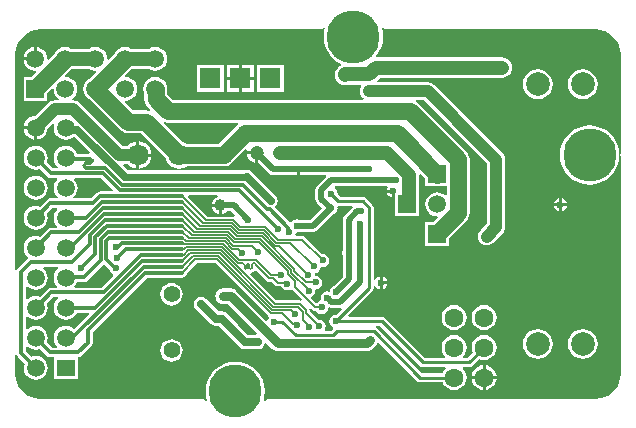
<source format=gbl>
G04*
G04 #@! TF.GenerationSoftware,Altium Limited,Altium Designer,20.0.12 (288)*
G04*
G04 Layer_Physical_Order=2*
G04 Layer_Color=16711680*
%FSLAX44Y44*%
%MOMM*%
G71*
G01*
G75*
%ADD11C,0.2500*%
%ADD12C,0.6000*%
%ADD13C,0.1270*%
%ADD15C,0.3000*%
%ADD49C,1.6000*%
%ADD54C,1.5000*%
%ADD72C,0.5000*%
%ADD73C,1.2000*%
%ADD74C,0.8000*%
%ADD76C,0.7000*%
%ADD77C,1.0000*%
%ADD78C,1.0000*%
%ADD79C,4.5000*%
%ADD80R,1.5000X1.4500*%
%ADD81R,1.5000X1.5000*%
%ADD82R,1.5000X1.5000*%
%ADD83C,2.0000*%
%ADD84C,1.4000*%
%ADD85C,1.8000*%
%ADD86C,1.2000*%
%ADD87R,1.8000X1.8000*%
%ADD88C,0.6000*%
%ADD89C,1.4000*%
G36*
X266090Y317439D02*
X265322Y314909D01*
X264839Y310000D01*
X265322Y305091D01*
X266754Y300371D01*
X269079Y296021D01*
X272208Y292208D01*
X276021Y289079D01*
X279431Y287257D01*
X279362Y285854D01*
X278893Y285660D01*
X277109Y284291D01*
X276909Y284091D01*
X275540Y282307D01*
X274680Y280229D01*
X274386Y278000D01*
X274680Y275771D01*
X275540Y273693D01*
X276909Y271909D01*
X278693Y270540D01*
X280771Y269680D01*
X283000Y269386D01*
X284519Y269586D01*
X296182D01*
X296808Y268316D01*
X296413Y267802D01*
X295653Y265968D01*
X295394Y264000D01*
X295653Y262031D01*
X296413Y260197D01*
X297622Y258622D01*
X298573Y257892D01*
X298141Y256622D01*
X136986D01*
X132214Y261394D01*
Y263622D01*
X132527Y266000D01*
X132182Y268621D01*
X131170Y271063D01*
X129561Y273161D01*
X127463Y274770D01*
X125021Y275782D01*
X122400Y276127D01*
X119779Y275782D01*
X117337Y274770D01*
X115239Y273161D01*
X113630Y271063D01*
X112618Y268621D01*
X112273Y266000D01*
X112618Y263379D01*
X112969Y262533D01*
Y257409D01*
X113297Y254918D01*
X113695Y253957D01*
X114258Y252598D01*
X115787Y250605D01*
X117965Y248427D01*
X117245Y247351D01*
X116714Y247570D01*
X114224Y247898D01*
X103310D01*
X96450Y254758D01*
X96732Y255330D01*
X97115Y255889D01*
X99621Y256218D01*
X102063Y257230D01*
X104161Y258839D01*
X105770Y260937D01*
X106782Y263379D01*
X107127Y266000D01*
X106782Y268621D01*
X105770Y271063D01*
X104161Y273161D01*
X102063Y274770D01*
X99621Y275782D01*
X97115Y276111D01*
X96732Y276670D01*
X96450Y277242D01*
X101679Y282471D01*
X102063Y282630D01*
X102267Y282786D01*
X117133D01*
X117337Y282630D01*
X119779Y281618D01*
X122400Y281273D01*
X125021Y281618D01*
X127463Y282630D01*
X129561Y284239D01*
X131170Y286337D01*
X132182Y288779D01*
X132527Y291400D01*
X132182Y294021D01*
X131170Y296463D01*
X129561Y298561D01*
X127463Y300170D01*
X125021Y301182D01*
X122400Y301527D01*
X119779Y301182D01*
X117337Y300170D01*
X117133Y300014D01*
X102267D01*
X102063Y300170D01*
X99621Y301182D01*
X97000Y301527D01*
X94379Y301182D01*
X91937Y300170D01*
X89839Y298561D01*
X88230Y296463D01*
X88071Y296079D01*
X82842Y290850D01*
X82270Y291132D01*
X81711Y291516D01*
X81382Y294021D01*
X80370Y296463D01*
X78761Y298561D01*
X76663Y300170D01*
X74221Y301182D01*
X71600Y301527D01*
X68979Y301182D01*
X66537Y300170D01*
X66333Y300014D01*
X51467D01*
X51263Y300170D01*
X48821Y301182D01*
X46200Y301527D01*
X43579Y301182D01*
X41137Y300170D01*
X39039Y298561D01*
X37430Y296463D01*
X37271Y296079D01*
X32042Y290850D01*
X31470Y291132D01*
X30911Y291516D01*
X30582Y294021D01*
X29570Y296463D01*
X27961Y298561D01*
X25863Y300170D01*
X23421Y301182D01*
X22070Y301359D01*
Y291400D01*
X20800D01*
Y290130D01*
X10841D01*
X11018Y288779D01*
X12030Y286337D01*
X13639Y284239D01*
X15737Y282630D01*
X18179Y281618D01*
X20684Y281289D01*
X21068Y280730D01*
X21350Y280158D01*
X17232Y276040D01*
X10760D01*
Y255960D01*
X30840D01*
Y262432D01*
X34958Y266550D01*
X35530Y266268D01*
X36089Y265884D01*
X36418Y263379D01*
X37430Y260937D01*
X39039Y258839D01*
X40557Y257675D01*
X40126Y256405D01*
X37020D01*
X35052Y256146D01*
X33977Y255701D01*
X33217Y255386D01*
X31642Y254178D01*
X20529Y243065D01*
X18379Y242782D01*
X15937Y241770D01*
X13839Y240161D01*
X12230Y238063D01*
X11218Y235621D01*
X11041Y234270D01*
X21000D01*
Y233000D01*
X22270D01*
Y223041D01*
X23621Y223218D01*
X26063Y224230D01*
X28161Y225839D01*
X29770Y227937D01*
X30782Y230379D01*
X30998Y232023D01*
X35702Y236727D01*
X36779Y236007D01*
X36618Y235621D01*
X36273Y233000D01*
X36618Y230379D01*
X37630Y227937D01*
X39239Y225839D01*
X41337Y224230D01*
X43779Y223218D01*
X46400Y222873D01*
X49021Y223218D01*
X51463Y224230D01*
X52872Y225311D01*
X53730D01*
X66652Y212389D01*
X66126Y211119D01*
X55809D01*
X55170Y212663D01*
X53561Y214761D01*
X51463Y216370D01*
X49021Y217382D01*
X46400Y217727D01*
X43779Y217382D01*
X41337Y216370D01*
X39239Y214761D01*
X37630Y212663D01*
X36618Y210221D01*
X36273Y207600D01*
X36618Y204979D01*
X37630Y202537D01*
X39239Y200439D01*
X39957Y199889D01*
X39525Y198619D01*
X35806D01*
X30391Y204035D01*
X30782Y204979D01*
X31127Y207600D01*
X30782Y210221D01*
X29770Y212663D01*
X28161Y214761D01*
X26063Y216370D01*
X23621Y217382D01*
X21000Y217727D01*
X18379Y217382D01*
X15937Y216370D01*
X13839Y214761D01*
X12230Y212663D01*
X11218Y210221D01*
X10873Y207600D01*
X11218Y204979D01*
X12230Y202537D01*
X13839Y200439D01*
X15937Y198830D01*
X18379Y197818D01*
X21000Y197473D01*
X23621Y197818D01*
X24565Y198209D01*
X31187Y191587D01*
X32524Y190694D01*
X34100Y190381D01*
X38660D01*
X39048Y189111D01*
X37630Y187263D01*
X36618Y184821D01*
X36273Y182200D01*
X36618Y179579D01*
X37630Y177137D01*
X39239Y175039D01*
X39957Y174489D01*
X39525Y173219D01*
X33300D01*
X31724Y172906D01*
X30387Y172013D01*
X24565Y166190D01*
X23621Y166582D01*
X21000Y166927D01*
X18379Y166582D01*
X15937Y165570D01*
X13839Y163961D01*
X12230Y161863D01*
X11218Y159421D01*
X10873Y156800D01*
X11218Y154179D01*
X12230Y151737D01*
X13839Y149639D01*
X15937Y148030D01*
X18379Y147018D01*
X21000Y146673D01*
X23621Y147018D01*
X26063Y148030D01*
X28161Y149639D01*
X29770Y151737D01*
X30782Y154179D01*
X31127Y156800D01*
X30782Y159421D01*
X30391Y160365D01*
X35006Y164981D01*
X38660D01*
X39048Y163711D01*
X37630Y161863D01*
X36618Y159421D01*
X36273Y156800D01*
X36618Y154179D01*
X37630Y151737D01*
X39048Y149889D01*
X38660Y148619D01*
X34100D01*
X32524Y148306D01*
X31187Y147413D01*
X24565Y140791D01*
X23621Y141182D01*
X21000Y141527D01*
X18379Y141182D01*
X15937Y140170D01*
X13839Y138561D01*
X12230Y136463D01*
X11218Y134021D01*
X10873Y131400D01*
X11218Y128779D01*
X12230Y126337D01*
X13839Y124239D01*
X14305Y123882D01*
X14254Y122321D01*
X13793Y122013D01*
X5787Y114008D01*
X4894Y112671D01*
X4879Y112595D01*
X3609Y112720D01*
Y293736D01*
X3609Y293750D01*
X3609Y295000D01*
X3686Y296238D01*
X3976Y299182D01*
X5196Y303203D01*
X7176Y306909D01*
X9842Y310158D01*
X13091Y312824D01*
X16797Y314804D01*
X20818Y316024D01*
X24847Y316421D01*
X25000Y316391D01*
X261419D01*
X261696Y316336D01*
X263078Y316610D01*
X264249Y317393D01*
X265031Y318564D01*
X265107Y318575D01*
X266090Y317439D01*
D02*
G37*
G36*
X130510Y237705D02*
X133000Y237378D01*
X192390D01*
X192821Y236108D01*
X191513Y235104D01*
X176031Y219622D01*
X148916D01*
X148320Y220080D01*
X145513Y221243D01*
X144767Y221341D01*
X129259Y236849D01*
X129979Y237925D01*
X130510Y237705D01*
D02*
G37*
G36*
X66537Y282630D02*
X68979Y281618D01*
X71484Y281289D01*
X71868Y280730D01*
X72150Y280158D01*
X66921Y274929D01*
X66537Y274770D01*
X64439Y273161D01*
X62830Y271063D01*
X61818Y268621D01*
X61473Y266000D01*
X61818Y263379D01*
X62830Y260937D01*
X64439Y258839D01*
X66537Y257230D01*
X66921Y257071D01*
X92520Y231472D01*
X94513Y229943D01*
X96833Y228982D01*
X99324Y228654D01*
X110238D01*
X131159Y207733D01*
X131257Y206987D01*
X132420Y204180D01*
X134270Y201770D01*
X136680Y199920D01*
X139487Y198757D01*
X142500Y198361D01*
X145513Y198757D01*
X148320Y199920D01*
X148916Y200378D01*
X180017D01*
X182507Y200706D01*
X183469Y201104D01*
X184828Y201667D01*
X186821Y203196D01*
X198624Y214999D01*
X199701Y214279D01*
X199680Y214229D01*
X199554Y213270D01*
X208000D01*
Y212000D01*
X209270D01*
Y203463D01*
X218367Y194366D01*
X220034Y193252D01*
X222000Y192861D01*
X241346D01*
X241465Y192781D01*
X242357Y192604D01*
Y198000D01*
X244897D01*
Y192604D01*
X245788Y192781D01*
X245908Y192861D01*
X266427D01*
X266953Y191591D01*
X259326Y183964D01*
X258213Y182297D01*
X257821Y180330D01*
Y173040D01*
X258213Y171073D01*
X259326Y169406D01*
X263733Y165000D01*
X253871Y155138D01*
X244281D01*
X244161Y155218D01*
X241999Y155648D01*
X239838Y155218D01*
X238005Y153994D01*
X237389Y153071D01*
X236125Y152946D01*
X223906Y165165D01*
X224031Y166429D01*
X224355Y166645D01*
X225690Y168643D01*
X226158Y171000D01*
X225690Y173357D01*
X224355Y175355D01*
X204085Y195625D01*
X202087Y196960D01*
X199730Y197428D01*
X197373Y196960D01*
X197312Y196919D01*
X99541D01*
X95238Y201222D01*
X95724Y202395D01*
X98790D01*
X99270Y201770D01*
X101680Y199920D01*
X104487Y198757D01*
X106230Y198528D01*
Y210000D01*
Y221472D01*
X104487Y221243D01*
X101680Y220080D01*
X99270Y218230D01*
X98790Y217605D01*
X94895D01*
X58322Y254178D01*
X56747Y255386D01*
X54913Y256146D01*
X52945Y256405D01*
X52274D01*
X51843Y257675D01*
X53361Y258839D01*
X54970Y260937D01*
X55982Y263379D01*
X56327Y266000D01*
X55982Y268621D01*
X54970Y271063D01*
X53361Y273161D01*
X51263Y274770D01*
X48821Y275782D01*
X46315Y276111D01*
X45932Y276670D01*
X45650Y277242D01*
X50879Y282471D01*
X51263Y282630D01*
X51467Y282786D01*
X66333D01*
X66537Y282630D01*
D02*
G37*
G36*
X86382Y180292D02*
X85896Y179119D01*
X75807D01*
X74230Y178806D01*
X72894Y177913D01*
X68200Y173219D01*
X53275D01*
X52843Y174489D01*
X53561Y175039D01*
X55170Y177137D01*
X56182Y179579D01*
X56527Y182200D01*
X56182Y184821D01*
X55170Y187263D01*
X53752Y189111D01*
X54140Y190381D01*
X76294D01*
X86382Y180292D01*
D02*
G37*
G36*
X174952Y174611D02*
X173514Y174015D01*
X171938Y172807D01*
X170730Y171231D01*
X169970Y169397D01*
X169878Y168699D01*
X177316D01*
Y167429D01*
X178586D01*
Y159991D01*
X179284Y160083D01*
X181119Y160843D01*
X182694Y162051D01*
X182877Y162290D01*
X186442D01*
X189831Y158901D01*
X189205Y157730D01*
X188358Y157899D01*
X166584D01*
X149873Y174611D01*
X150399Y175881D01*
X174699D01*
X174952Y174611D01*
D02*
G37*
G36*
X314969Y318564D02*
X315751Y317393D01*
X316922Y316610D01*
X318304Y316336D01*
X318581Y316391D01*
X495000Y316391D01*
X495153Y316421D01*
X499182Y316024D01*
X503203Y314804D01*
X506909Y312824D01*
X510158Y310158D01*
X512824Y306909D01*
X514804Y303203D01*
X516024Y299182D01*
X516421Y295153D01*
X516391Y295000D01*
Y210474D01*
X515121Y210411D01*
X515080Y210820D01*
X514678Y214909D01*
X513246Y219629D01*
X510921Y223979D01*
X507792Y227792D01*
X503979Y230921D01*
X499629Y233246D01*
X494909Y234678D01*
X490000Y235161D01*
X485091Y234678D01*
X480371Y233246D01*
X476021Y230921D01*
X472208Y227792D01*
X469079Y223979D01*
X466754Y219629D01*
X465322Y214909D01*
X464839Y210000D01*
X465322Y205091D01*
X466754Y200371D01*
X469079Y196021D01*
X472208Y192208D01*
X476021Y189079D01*
X480371Y186754D01*
X485091Y185322D01*
X490000Y184839D01*
X494909Y185322D01*
X499629Y186754D01*
X503979Y189079D01*
X507792Y192208D01*
X510921Y196021D01*
X513246Y200371D01*
X514678Y205091D01*
X515080Y209180D01*
X515121Y209589D01*
X516391Y209526D01*
Y25000D01*
X516421Y24847D01*
X516024Y20818D01*
X514804Y16797D01*
X512824Y13091D01*
X510158Y9842D01*
X506909Y7176D01*
X503203Y5196D01*
X499182Y3976D01*
X495153Y3579D01*
X495000Y3609D01*
X218580Y3609D01*
X218304Y3664D01*
X216922Y3390D01*
X215751Y2607D01*
X214969Y1436D01*
X214893Y1425D01*
X213910Y2561D01*
X214678Y5091D01*
X215161Y10000D01*
X214678Y14909D01*
X213246Y19629D01*
X210921Y23979D01*
X207792Y27792D01*
X203979Y30921D01*
X199629Y33246D01*
X194909Y34678D01*
X190000Y35161D01*
X185091Y34678D01*
X180371Y33246D01*
X176021Y30921D01*
X172208Y27792D01*
X169079Y23979D01*
X166754Y19629D01*
X165322Y14909D01*
X164839Y10000D01*
X165322Y5091D01*
X166090Y2561D01*
X165107Y1425D01*
X165031Y1436D01*
X164249Y2607D01*
X163078Y3390D01*
X161696Y3664D01*
X161419Y3609D01*
X25000D01*
X24847Y3579D01*
X20818Y3976D01*
X16797Y5196D01*
X13091Y7176D01*
X9842Y9842D01*
X7176Y13091D01*
X5196Y16797D01*
X3976Y20818D01*
X3687Y23752D01*
X3609Y25000D01*
X3609Y25000D01*
X3609Y26250D01*
Y40475D01*
X4879Y40600D01*
X4894Y40524D01*
X5787Y39187D01*
X11609Y33365D01*
X11218Y32421D01*
X10873Y29800D01*
X11218Y27179D01*
X12230Y24737D01*
X13839Y22639D01*
X15937Y21030D01*
X18379Y20018D01*
X21000Y19673D01*
X23621Y20018D01*
X26063Y21030D01*
X28161Y22639D01*
X29770Y24737D01*
X30782Y27179D01*
X31127Y29800D01*
X30782Y32421D01*
X29770Y34863D01*
X28161Y36961D01*
X26063Y38570D01*
X23621Y39582D01*
X21000Y39927D01*
X18379Y39582D01*
X17435Y39190D01*
X12819Y43806D01*
Y47460D01*
X14089Y47848D01*
X15937Y46430D01*
X18379Y45418D01*
X21000Y45073D01*
X23621Y45418D01*
X24565Y45809D01*
X30387Y39987D01*
X31724Y39094D01*
X33300Y38781D01*
X36360D01*
Y20010D01*
X56440D01*
Y38781D01*
X56900D01*
X58476Y39094D01*
X59813Y39987D01*
X67913Y48087D01*
X68806Y49424D01*
X69119Y51000D01*
Y60216D01*
X115034Y106131D01*
X144905D01*
X146482Y106444D01*
X147818Y107337D01*
X148711Y108674D01*
X148910Y109677D01*
X157638Y118405D01*
X173340D01*
X217939Y73806D01*
X218025Y73749D01*
X218761Y72755D01*
X218348Y72121D01*
X217542Y70915D01*
X217395Y70175D01*
X216180Y69806D01*
X190821Y95164D01*
X189455Y96213D01*
X187864Y96872D01*
X186157Y97096D01*
X179750D01*
X178043Y96872D01*
X176452Y96213D01*
X175086Y95164D01*
X174037Y93798D01*
X173378Y92207D01*
X173154Y90500D01*
X173378Y88793D01*
X174037Y87202D01*
X175086Y85836D01*
X176452Y84787D01*
X178043Y84128D01*
X179750Y83904D01*
X183425D01*
X208150Y59178D01*
X207624Y57908D01*
X200801D01*
X192355Y66355D01*
X182877Y75832D01*
X180879Y77167D01*
X178522Y77636D01*
X176073D01*
X165355Y88355D01*
X163357Y89690D01*
X161000Y90158D01*
X158643Y89690D01*
X156645Y88355D01*
X155310Y86357D01*
X154842Y84000D01*
X155310Y81643D01*
X156645Y79645D01*
X169168Y67123D01*
X171166Y65788D01*
X173522Y65319D01*
X175972D01*
X183645Y57645D01*
X193895Y47395D01*
X195893Y46061D01*
X198250Y45592D01*
X209000D01*
X211357Y46061D01*
X213355Y47395D01*
X214690Y49393D01*
X214930Y50602D01*
X216308Y51020D01*
X221303Y46026D01*
X222669Y44977D01*
X224260Y44318D01*
X225967Y44094D01*
X301690D01*
X303397Y44318D01*
X304988Y44977D01*
X306354Y46026D01*
X308664Y48336D01*
X309713Y49702D01*
X310106Y50650D01*
X311545Y51007D01*
X343684Y18868D01*
X343684Y18868D01*
X344938Y18030D01*
X346417Y17736D01*
X365492D01*
X366093Y16285D01*
X367783Y14083D01*
X369985Y12393D01*
X372548Y11331D01*
X375300Y10969D01*
X378051Y11331D01*
X380616Y12393D01*
X382817Y14083D01*
X384507Y16285D01*
X385569Y18849D01*
X385931Y21600D01*
X385569Y24351D01*
X384507Y26916D01*
X382817Y29117D01*
X382471Y29383D01*
X382879Y30586D01*
X388150D01*
X389629Y30880D01*
X390882Y31718D01*
X396497Y37332D01*
X397948Y36731D01*
X400700Y36369D01*
X403451Y36731D01*
X406016Y37793D01*
X408217Y39483D01*
X409907Y41684D01*
X410969Y44248D01*
X411331Y47000D01*
X410969Y49752D01*
X409907Y52316D01*
X408217Y54517D01*
X406016Y56207D01*
X403451Y57269D01*
X400700Y57631D01*
X397948Y57269D01*
X395385Y56207D01*
X393183Y54517D01*
X391493Y52316D01*
X390431Y49752D01*
X390069Y47000D01*
X390431Y44248D01*
X391032Y42797D01*
X386549Y38314D01*
X383214D01*
X383043Y38819D01*
X382895Y39584D01*
X384507Y41684D01*
X385569Y44248D01*
X385931Y47000D01*
X385569Y49752D01*
X384507Y52316D01*
X382817Y54517D01*
X380616Y56207D01*
X378051Y57269D01*
X375300Y57631D01*
X372548Y57269D01*
X369985Y56207D01*
X367783Y54517D01*
X366093Y52316D01*
X365031Y49752D01*
X364669Y47000D01*
X365031Y44248D01*
X366093Y41684D01*
X367705Y39584D01*
X367557Y38819D01*
X367386Y38314D01*
X350598D01*
X316912Y72000D01*
X315659Y72838D01*
X314180Y73132D01*
X286137D01*
X285651Y74305D01*
X306022Y94677D01*
X306860Y95930D01*
X307154Y97409D01*
Y98823D01*
X308424Y99208D01*
X309395Y97756D01*
X311227Y96531D01*
X312119Y96354D01*
Y101750D01*
Y107146D01*
X311227Y106969D01*
X309395Y105744D01*
X308424Y104292D01*
X307154Y104677D01*
Y165312D01*
X306860Y166791D01*
X306022Y168045D01*
X300513Y173554D01*
X299260Y174391D01*
X297781Y174686D01*
X278779D01*
X276618Y176847D01*
X276649Y177000D01*
X276219Y179162D01*
X274994Y180994D01*
X274485Y181334D01*
X274199Y182998D01*
X274518Y183421D01*
X318370D01*
X318969Y182301D01*
X318547Y181670D01*
X318370Y180779D01*
X323766D01*
Y179509D01*
X325036D01*
Y173646D01*
X325560Y173216D01*
Y158360D01*
X345640D01*
Y167870D01*
X345654Y167905D01*
X345948Y170134D01*
Y192985D01*
X347106Y193610D01*
X350960Y189567D01*
Y183760D01*
X369178D01*
Y176146D01*
X367908Y175755D01*
X366063Y177170D01*
X363621Y178182D01*
X361000Y178527D01*
X358379Y178182D01*
X355937Y177170D01*
X353839Y175561D01*
X352230Y173463D01*
X351218Y171021D01*
X350873Y168400D01*
X351218Y165779D01*
X352230Y163337D01*
X353839Y161239D01*
X355937Y159630D01*
X358379Y158618D01*
X360885Y158289D01*
X361268Y157730D01*
X361550Y157158D01*
X357432Y153040D01*
X350960D01*
Y132960D01*
X371040D01*
Y139432D01*
X385604Y153996D01*
X387133Y155989D01*
X388094Y158310D01*
X388422Y160800D01*
Y206200D01*
X388094Y208690D01*
X387133Y211011D01*
X385604Y213004D01*
X344804Y253804D01*
X343083Y255124D01*
X343366Y256317D01*
X343409Y256394D01*
X349950D01*
X394722Y211622D01*
X394723Y211622D01*
X403395Y202950D01*
Y193000D01*
Y152150D01*
X397622Y146378D01*
X397622Y146378D01*
X396414Y144803D01*
X395654Y142968D01*
X395395Y141000D01*
X395654Y139032D01*
X396414Y137197D01*
X397622Y135622D01*
X399198Y134414D01*
X401032Y133654D01*
X403000Y133395D01*
X404968Y133654D01*
X406802Y134414D01*
X408378Y135622D01*
X416378Y143622D01*
X417586Y145197D01*
X418346Y147032D01*
X418605Y149000D01*
Y193000D01*
Y206100D01*
X418346Y208068D01*
X417586Y209903D01*
X416378Y211478D01*
X405478Y222377D01*
X405478Y222378D01*
X358478Y269377D01*
X356903Y270586D01*
X355069Y271345D01*
X353101Y271604D01*
X310554D01*
X310028Y272875D01*
X312540Y275386D01*
X416000D01*
X418229Y275680D01*
X420307Y276540D01*
X422091Y277909D01*
X423460Y279693D01*
X424320Y281771D01*
X424614Y284000D01*
X424320Y286229D01*
X423460Y288307D01*
X422091Y290091D01*
X420307Y291460D01*
X418229Y292320D01*
X416000Y292614D01*
X309767D01*
X309167Y293884D01*
X310921Y296021D01*
X313246Y300371D01*
X314678Y305091D01*
X315161Y310000D01*
X314678Y314909D01*
X313910Y317439D01*
X314893Y318575D01*
X314969Y318564D01*
D02*
G37*
G36*
X289420Y165687D02*
X282366Y158634D01*
X281252Y156966D01*
X280861Y155000D01*
Y129281D01*
X280781Y129162D01*
X280352Y127000D01*
X280781Y124838D01*
X281053Y124433D01*
Y106747D01*
X273440Y99134D01*
X273299Y99106D01*
X271466Y97882D01*
X270242Y96049D01*
X269888Y94273D01*
X268000Y94649D01*
X265838Y94219D01*
X264006Y92994D01*
X262781Y91162D01*
X262351Y89000D01*
X262591Y87797D01*
X261674Y86385D01*
X260838Y86218D01*
X259005Y84994D01*
X258198Y84914D01*
X254256Y88856D01*
X254593Y90316D01*
X256006Y91260D01*
X257231Y93093D01*
X257649Y95198D01*
X257958Y96431D01*
X260119Y96861D01*
X261952Y98086D01*
X263176Y99918D01*
X263606Y102080D01*
X263176Y104242D01*
X261952Y106074D01*
X260119Y107298D01*
X258555Y107610D01*
X257453Y108580D01*
X257164Y110035D01*
X259004Y110401D01*
X260836Y111626D01*
X262061Y113458D01*
X262439Y115362D01*
X264000Y115051D01*
X266161Y115481D01*
X267994Y116706D01*
X269218Y118538D01*
X269648Y120700D01*
X269218Y122862D01*
X267994Y124694D01*
X266161Y125919D01*
X264000Y126348D01*
X263107Y126171D01*
X248660Y140617D01*
X247610Y141319D01*
X246371Y141566D01*
X241530D01*
X240735Y142836D01*
X240826Y143290D01*
X241999Y144351D01*
X242243Y144400D01*
X244161Y144781D01*
X244281Y144861D01*
X256000D01*
X257966Y145252D01*
X259633Y146366D01*
X273021Y159753D01*
X273162Y159781D01*
X274994Y161006D01*
X276219Y162838D01*
X276649Y165000D01*
X276452Y165988D01*
X277554Y166957D01*
X289059D01*
X289420Y165687D01*
D02*
G37*
G36*
X83366Y113312D02*
X83659Y111838D01*
X84884Y110006D01*
X86283Y109071D01*
X86614Y107605D01*
X76828Y97819D01*
X54140D01*
X53752Y99089D01*
X55170Y100937D01*
X55827Y102523D01*
X61599D01*
X63175Y102837D01*
X64511Y103730D01*
X78730Y117949D01*
X83366Y113312D01*
D02*
G37*
G36*
X39957Y113711D02*
X39239Y113161D01*
X37630Y111063D01*
X36618Y108621D01*
X36273Y106000D01*
X36618Y103379D01*
X37630Y100937D01*
X39048Y99089D01*
X38660Y97819D01*
X34100D01*
X32524Y97506D01*
X31187Y96613D01*
X24565Y89991D01*
X23621Y90382D01*
X21000Y90727D01*
X18379Y90382D01*
X15937Y89370D01*
X14089Y87952D01*
X12819Y88340D01*
Y98260D01*
X14089Y98648D01*
X15937Y97230D01*
X18379Y96218D01*
X21000Y95873D01*
X23621Y96218D01*
X26063Y97230D01*
X28161Y98839D01*
X29770Y100937D01*
X30782Y103379D01*
X31127Y106000D01*
X30782Y108621D01*
X29770Y111063D01*
X28161Y113161D01*
X27443Y113711D01*
X27875Y114981D01*
X39525D01*
X39957Y113711D01*
D02*
G37*
G36*
X216639Y103533D02*
X217689Y102831D01*
X218928Y102585D01*
X220837D01*
X223711Y99711D01*
X224761Y99009D01*
X226000Y98763D01*
X228831D01*
X230005Y97006D01*
X231838Y95781D01*
X234000Y95351D01*
X236161Y95781D01*
X237487Y96667D01*
X237885Y96071D01*
X246160Y87796D01*
X245876Y87236D01*
X245411Y86749D01*
X244372Y86956D01*
X232633D01*
X232615Y86952D01*
X224725D01*
X202661Y109016D01*
X202842Y109669D01*
X203192Y110281D01*
X204629Y110567D01*
X206010Y111490D01*
X206361Y112015D01*
X207992Y112180D01*
X216639Y103533D01*
D02*
G37*
G36*
X271423Y80709D02*
X278790D01*
X279462Y80842D01*
X280088Y79672D01*
X275302Y74886D01*
X275149Y74916D01*
X272987Y74486D01*
X271155Y73262D01*
X269930Y71430D01*
X269500Y69268D01*
X269930Y67106D01*
X271155Y65274D01*
X272407Y64437D01*
X272651Y62971D01*
X272623Y62881D01*
X270816Y61074D01*
X266386D01*
X265788Y62194D01*
X266218Y62838D01*
X266648Y65000D01*
X266218Y67161D01*
X264994Y68994D01*
X263161Y70218D01*
X261000Y70648D01*
X260106Y70471D01*
X252889Y77688D01*
Y78438D01*
X252682Y79478D01*
X253169Y79943D01*
X253730Y80226D01*
X255245Y78711D01*
X256296Y78009D01*
X257534Y77763D01*
X258500D01*
X259005Y77006D01*
X260838Y75781D01*
X262999Y75351D01*
X265161Y75781D01*
X266994Y77006D01*
X268218Y78838D01*
X268492Y80217D01*
X269362Y81013D01*
X269849Y81022D01*
X271423Y80709D01*
D02*
G37*
G36*
X39957Y88311D02*
X39239Y87761D01*
X37630Y85663D01*
X36618Y83221D01*
X36273Y80600D01*
X36618Y77979D01*
X37630Y75537D01*
X39239Y73439D01*
X41337Y71830D01*
X43779Y70818D01*
X46400Y70473D01*
X49021Y70818D01*
X51463Y71830D01*
X53561Y73439D01*
X55170Y75537D01*
X55561Y76481D01*
X66035D01*
X66521Y75307D01*
X53573Y62360D01*
X53561Y62361D01*
X51463Y63970D01*
X49021Y64982D01*
X46400Y65327D01*
X43779Y64982D01*
X41337Y63970D01*
X39239Y62361D01*
X37630Y60263D01*
X36618Y57821D01*
X36273Y55200D01*
X36618Y52579D01*
X37630Y50137D01*
X39048Y48289D01*
X38660Y47019D01*
X35006D01*
X30391Y51635D01*
X30782Y52579D01*
X31127Y55200D01*
X30782Y57821D01*
X29770Y60263D01*
X28161Y62361D01*
X26063Y63970D01*
X23621Y64982D01*
X21000Y65327D01*
X18379Y64982D01*
X15937Y63970D01*
X14089Y62552D01*
X12819Y62940D01*
Y72860D01*
X14089Y73248D01*
X15937Y71830D01*
X18379Y70818D01*
X21000Y70473D01*
X23621Y70818D01*
X26063Y71830D01*
X28161Y73439D01*
X29770Y75537D01*
X30782Y77979D01*
X31127Y80600D01*
X30782Y83221D01*
X30391Y84165D01*
X35806Y89581D01*
X39525D01*
X39957Y88311D01*
D02*
G37*
G36*
X346265Y31718D02*
X346265Y31718D01*
X347519Y30880D01*
X348998Y30586D01*
X367721D01*
X368129Y29383D01*
X367783Y29117D01*
X366093Y26916D01*
X365492Y25464D01*
X348017D01*
X309959Y63522D01*
X309044Y64134D01*
X309430Y65404D01*
X312579D01*
X346265Y31718D01*
D02*
G37*
%LPC*%
G36*
X19530Y301359D02*
X18179Y301182D01*
X15737Y300170D01*
X13639Y298561D01*
X12030Y296463D01*
X11018Y294021D01*
X10841Y292670D01*
X19530D01*
Y301359D01*
D02*
G37*
G36*
X205940Y286540D02*
X195670D01*
Y276270D01*
X205940D01*
Y286540D01*
D02*
G37*
G36*
X193130D02*
X182860D01*
Y276270D01*
X193130D01*
Y286540D01*
D02*
G37*
G36*
X231340D02*
X208260D01*
Y263460D01*
X231340D01*
Y286540D01*
D02*
G37*
G36*
X205940Y273730D02*
X195670D01*
Y263460D01*
X205940D01*
Y273730D01*
D02*
G37*
G36*
X193130D02*
X182860D01*
Y263460D01*
X193130D01*
Y273730D01*
D02*
G37*
G36*
X180540Y286540D02*
X157460D01*
Y263460D01*
X180540D01*
Y286540D01*
D02*
G37*
G36*
X19730Y231730D02*
X11041D01*
X11218Y230379D01*
X12230Y227937D01*
X13839Y225839D01*
X15937Y224230D01*
X18379Y223218D01*
X19730Y223041D01*
Y231730D01*
D02*
G37*
G36*
X21000Y192327D02*
X18379Y191982D01*
X15937Y190970D01*
X13839Y189361D01*
X12230Y187263D01*
X11218Y184821D01*
X10873Y182200D01*
X11218Y179579D01*
X12230Y177137D01*
X13839Y175039D01*
X15937Y173430D01*
X18379Y172418D01*
X21000Y172073D01*
X23621Y172418D01*
X26063Y173430D01*
X28161Y175039D01*
X29770Y177137D01*
X30782Y179579D01*
X31127Y182200D01*
X30782Y184821D01*
X29770Y187263D01*
X28161Y189361D01*
X26063Y190970D01*
X23621Y191982D01*
X21000Y192327D01*
D02*
G37*
G36*
X108770Y221472D02*
Y211270D01*
X118972D01*
X118743Y213013D01*
X117580Y215820D01*
X115730Y218230D01*
X113320Y220080D01*
X110513Y221243D01*
X108770Y221472D01*
D02*
G37*
G36*
X206730Y210730D02*
X199554D01*
X199680Y209771D01*
X200540Y207693D01*
X201909Y205909D01*
X203693Y204540D01*
X205771Y203680D01*
X206730Y203554D01*
Y210730D01*
D02*
G37*
G36*
X118972Y208730D02*
X108770D01*
Y198528D01*
X110513Y198757D01*
X113320Y199920D01*
X115730Y201770D01*
X117580Y204180D01*
X118743Y206987D01*
X118972Y208730D01*
D02*
G37*
G36*
X176046Y166159D02*
X169878D01*
X169970Y165461D01*
X170730Y163626D01*
X171938Y162051D01*
X173514Y160843D01*
X175348Y160083D01*
X176046Y159991D01*
Y166159D01*
D02*
G37*
G36*
X484100Y282648D02*
X480826Y282217D01*
X477776Y280954D01*
X475156Y278944D01*
X473146Y276324D01*
X471883Y273274D01*
X471452Y270000D01*
X471883Y266726D01*
X473146Y263676D01*
X475156Y261056D01*
X477776Y259046D01*
X480826Y257783D01*
X484100Y257352D01*
X487374Y257783D01*
X490424Y259046D01*
X493044Y261056D01*
X495054Y263676D01*
X496317Y266726D01*
X496748Y270000D01*
X496317Y273274D01*
X495054Y276324D01*
X493044Y278944D01*
X490424Y280954D01*
X487374Y282217D01*
X484100Y282648D01*
D02*
G37*
G36*
X446000D02*
X442726Y282217D01*
X439676Y280954D01*
X437056Y278944D01*
X435046Y276324D01*
X433783Y273274D01*
X433352Y270000D01*
X433783Y266726D01*
X435046Y263676D01*
X437056Y261056D01*
X439676Y259046D01*
X442726Y257783D01*
X446000Y257352D01*
X449274Y257783D01*
X452324Y259046D01*
X454944Y261056D01*
X456954Y263676D01*
X458217Y266726D01*
X458648Y270000D01*
X458217Y273274D01*
X456954Y276324D01*
X454944Y278944D01*
X452324Y280954D01*
X449274Y282217D01*
X446000Y282648D01*
D02*
G37*
G36*
X322496Y178239D02*
X318370D01*
X318547Y177347D01*
X319772Y175515D01*
X321604Y174290D01*
X322496Y174113D01*
Y178239D01*
D02*
G37*
G36*
X466520Y173396D02*
Y169270D01*
X470646D01*
X470469Y170162D01*
X469244Y171994D01*
X467412Y173219D01*
X466520Y173396D01*
D02*
G37*
G36*
X463980D02*
X463088Y173219D01*
X461256Y171994D01*
X460031Y170162D01*
X459854Y169270D01*
X463980D01*
Y173396D01*
D02*
G37*
G36*
X470646Y166730D02*
X466520D01*
Y162604D01*
X467412Y162781D01*
X469244Y164006D01*
X470469Y165838D01*
X470646Y166730D01*
D02*
G37*
G36*
X463980D02*
X459854D01*
X460031Y165838D01*
X461256Y164006D01*
X463088Y162781D01*
X463980Y162604D01*
Y166730D01*
D02*
G37*
G36*
X314659Y107146D02*
Y103020D01*
X318785D01*
X318607Y103912D01*
X317383Y105744D01*
X315550Y106969D01*
X314659Y107146D01*
D02*
G37*
G36*
X318785Y100480D02*
X314659D01*
Y96354D01*
X315550Y96531D01*
X317383Y97756D01*
X318607Y99588D01*
X318785Y100480D01*
D02*
G37*
G36*
X136000Y101622D02*
X133510Y101294D01*
X131189Y100333D01*
X129196Y98804D01*
X127667Y96811D01*
X126706Y94490D01*
X126378Y92000D01*
X126706Y89509D01*
X127667Y87189D01*
X129196Y85196D01*
X131189Y83667D01*
X133510Y82705D01*
X136000Y82378D01*
X138490Y82705D01*
X140811Y83667D01*
X142804Y85196D01*
X144333Y87189D01*
X145295Y89509D01*
X145622Y92000D01*
X145295Y94490D01*
X144333Y96811D01*
X142804Y98804D01*
X140811Y100333D01*
X138490Y101294D01*
X136000Y101622D01*
D02*
G37*
G36*
X400700Y83031D02*
X397948Y82669D01*
X395385Y81607D01*
X393183Y79917D01*
X391493Y77716D01*
X390431Y75152D01*
X390069Y72400D01*
X390431Y69648D01*
X391493Y67084D01*
X393183Y64883D01*
X395385Y63193D01*
X397948Y62131D01*
X400700Y61769D01*
X403451Y62131D01*
X406016Y63193D01*
X408217Y64883D01*
X409907Y67084D01*
X410969Y69648D01*
X411331Y72400D01*
X410969Y75152D01*
X409907Y77716D01*
X408217Y79917D01*
X406016Y81607D01*
X403451Y82669D01*
X400700Y83031D01*
D02*
G37*
G36*
X375300D02*
X372548Y82669D01*
X369985Y81607D01*
X367783Y79917D01*
X366093Y77716D01*
X365031Y75152D01*
X364669Y72400D01*
X365031Y69648D01*
X366093Y67084D01*
X367783Y64883D01*
X369985Y63193D01*
X372548Y62131D01*
X375300Y61769D01*
X378051Y62131D01*
X380616Y63193D01*
X382817Y64883D01*
X384507Y67084D01*
X385569Y69648D01*
X385931Y72400D01*
X385569Y75152D01*
X384507Y77716D01*
X382817Y79917D01*
X380616Y81607D01*
X378051Y82669D01*
X375300Y83031D01*
D02*
G37*
G36*
X484100Y62648D02*
X480826Y62217D01*
X477776Y60954D01*
X475156Y58944D01*
X473146Y56324D01*
X471883Y53274D01*
X471452Y50000D01*
X471883Y46726D01*
X473146Y43676D01*
X475156Y41056D01*
X477776Y39046D01*
X480826Y37783D01*
X484100Y37352D01*
X487374Y37783D01*
X490424Y39046D01*
X493044Y41056D01*
X495054Y43676D01*
X496317Y46726D01*
X496748Y50000D01*
X496317Y53274D01*
X495054Y56324D01*
X493044Y58944D01*
X490424Y60954D01*
X487374Y62217D01*
X484100Y62648D01*
D02*
G37*
G36*
X446000D02*
X442726Y62217D01*
X439676Y60954D01*
X437056Y58944D01*
X435046Y56324D01*
X433783Y53274D01*
X433352Y50000D01*
X433783Y46726D01*
X435046Y43676D01*
X437056Y41056D01*
X439676Y39046D01*
X442726Y37783D01*
X446000Y37352D01*
X449274Y37783D01*
X452324Y39046D01*
X454944Y41056D01*
X456954Y43676D01*
X458217Y46726D01*
X458648Y50000D01*
X458217Y53274D01*
X456954Y56324D01*
X454944Y58944D01*
X452324Y60954D01*
X449274Y62217D01*
X446000Y62648D01*
D02*
G37*
G36*
X136000Y54122D02*
X133510Y53794D01*
X131189Y52833D01*
X129196Y51304D01*
X127667Y49311D01*
X126706Y46990D01*
X126378Y44500D01*
X126706Y42010D01*
X127667Y39689D01*
X129196Y37696D01*
X131189Y36167D01*
X133510Y35206D01*
X136000Y34878D01*
X138490Y35206D01*
X140811Y36167D01*
X142804Y37696D01*
X144333Y39689D01*
X145295Y42010D01*
X145622Y44500D01*
X145295Y46990D01*
X144333Y49311D01*
X142804Y51304D01*
X140811Y52833D01*
X138490Y53794D01*
X136000Y54122D01*
D02*
G37*
G36*
X401970Y32064D02*
Y22870D01*
X411164D01*
X410969Y24351D01*
X409907Y26916D01*
X408217Y29117D01*
X406016Y30807D01*
X403451Y31869D01*
X401970Y32064D01*
D02*
G37*
G36*
X399430Y32064D02*
X397948Y31869D01*
X395385Y30807D01*
X393183Y29117D01*
X391493Y26916D01*
X390431Y24351D01*
X390236Y22870D01*
X399430D01*
Y32064D01*
D02*
G37*
G36*
X411164Y20330D02*
X401970D01*
Y11136D01*
X403451Y11331D01*
X406016Y12393D01*
X408217Y14083D01*
X409907Y16285D01*
X410969Y18849D01*
X411164Y20330D01*
D02*
G37*
G36*
X399430D02*
X390236D01*
X390431Y18849D01*
X391493Y16285D01*
X393183Y14083D01*
X395385Y12393D01*
X397948Y11331D01*
X399430Y11136D01*
Y20330D01*
D02*
G37*
%LPD*%
D11*
X275149Y69268D02*
X303290Y97409D01*
Y165312D01*
X297781Y170821D02*
X303290Y165312D01*
X277179Y170821D02*
X297781D01*
X271000Y177000D02*
X277179Y170821D01*
X222761Y68753D02*
X229643D01*
X346417Y21600D02*
X375300D01*
X307227Y60790D02*
X346417Y21600D01*
X229643Y68753D02*
X241187Y57210D01*
X275997Y60790D02*
X307227D01*
X272417Y57210D02*
X275997Y60790D01*
X241187Y57210D02*
X272417D01*
X348998Y34450D02*
X388150D01*
X275149Y69268D02*
X314180D01*
X348998Y34450D01*
X388150D02*
X400700Y47000D01*
D12*
X96480Y191270D02*
X199730D01*
D13*
X202000Y114500D02*
G03*
X203000Y113500I1000J0D01*
G01*
X198000Y117000D02*
G03*
X196750Y118250I-1250J0D01*
G01*
X198000Y114500D02*
G03*
X199000Y113500I1000J0D01*
G01*
D02*
G03*
X200000Y114500I0J1000D01*
G01*
X205291Y118291D02*
G03*
X204000Y117000I0J-1291D01*
G01*
X203000Y113500D02*
G03*
X204000Y114500I0J1000D01*
G01*
X201000Y118291D02*
G03*
X200000Y117291I0J-1000D01*
G01*
X202000D02*
G03*
X201000Y118291I-1000J0D01*
G01*
X257534Y81000D02*
X262999D01*
X240175Y98360D02*
X257534Y81000D01*
X215385Y148825D02*
X225881Y138328D01*
X214333Y146285D02*
X224829Y135788D01*
X213281Y143745D02*
X223777Y133248D01*
X192091Y143745D02*
X213281D01*
X212229Y141205D02*
X239626Y113808D01*
X191039Y141205D02*
X212229D01*
X211177Y138665D02*
X237086Y112756D01*
X189987Y138665D02*
X211177D01*
X210124Y136125D02*
X234546Y111704D01*
X188935Y136125D02*
X210124D01*
X204266Y133250D02*
X209260Y128256D01*
X188217Y133250D02*
X204266D01*
X193143Y146285D02*
X214333D01*
X202000Y114500D02*
Y117291D01*
X200000Y114500D02*
Y117291D01*
X198000Y114500D02*
Y117000D01*
X204000Y114500D02*
Y117000D01*
X205291Y118291D02*
X206459D01*
X192400D02*
X196750Y118250D01*
X144905Y125250D02*
X146313D01*
X150325Y129262D02*
X177837D01*
X146313Y125250D02*
X150325Y129262D01*
X144905Y110250D02*
X156297Y121642D01*
X174681D02*
X220228Y76095D01*
X156297Y121642D02*
X174681D01*
X220228Y76095D02*
X229277D01*
X153837Y124182D02*
X175733D01*
X221280Y78635D01*
X237130D01*
X144905Y115250D02*
X153837Y124182D01*
X144905Y120250D02*
X151377Y126722D01*
X176785D02*
X222332Y81175D01*
X151377Y126722D02*
X176785D01*
X222332Y81175D02*
X238200D01*
X223384Y83715D02*
X232629D01*
X177837Y129262D02*
X223384Y83715D01*
X192306Y130710D02*
X196010Y127006D01*
X187165Y130710D02*
X192306D01*
X180993Y136882D02*
X187165Y130710D01*
X194195Y148825D02*
X215385D01*
X225881Y138328D02*
X246371D01*
X224829Y135788D02*
X236674D01*
X239626Y112026D02*
Y113808D01*
Y112026D02*
X249572Y102080D01*
X237086Y110239D02*
Y112756D01*
Y110239D02*
X252012Y95312D01*
X148115Y131802D02*
X178889D01*
X146563Y130250D02*
X148115Y131802D01*
X144862Y130250D02*
X146563D01*
X183097Y141962D02*
X188935Y136125D01*
X234546Y109186D02*
Y111704D01*
Y109186D02*
X240175Y103558D01*
X184150Y144502D02*
X189987Y138665D01*
X185202Y147042D02*
X191039Y141205D01*
X186254Y149582D02*
X192091Y143745D01*
X223777Y133248D02*
X227136D01*
X251805Y108580D01*
X187306Y152122D02*
X193143Y146285D01*
X236674Y135788D02*
X256842Y115620D01*
X188358Y154662D02*
X194195Y148825D01*
X246371Y138328D02*
X264000Y120700D01*
X206459Y118291D02*
X207875Y116875D01*
X144528Y135250D02*
X145436Y134342D01*
X144905Y160000D02*
X157863Y147042D01*
X226000Y102000D02*
X230891D01*
X230986Y101905D01*
X233095D01*
X234000Y101000D01*
X207875Y116875D02*
X218928Y105822D01*
X222178D02*
X226000Y102000D01*
X218928Y105822D02*
X222178D01*
X240175Y98360D02*
Y103558D01*
X252012Y95255D02*
Y95312D01*
X219980Y108362D02*
X228371D01*
X207511Y120831D02*
X219980Y108362D01*
X249572Y102080D02*
X257958D01*
X249652Y76347D02*
X260999Y65000D01*
X249652Y76347D02*
Y78438D01*
X244372Y83719D02*
X249652Y78438D01*
X247112Y70136D02*
Y77386D01*
X243319Y81179D02*
X247112Y77386D01*
X237130Y78635D02*
X240762Y75004D01*
X238204Y81179D02*
X243319D01*
X247112Y70136D02*
X252000Y65248D01*
X238200Y81175D02*
X238204Y81179D01*
X232633Y83719D02*
X244372D01*
X260999Y65000D02*
X261000D01*
X232629Y83715D02*
X232633Y83719D01*
X178889Y131802D02*
X192400Y118291D01*
X165243Y154662D02*
X188358D01*
X144905Y175000D02*
X165243Y154662D01*
X160323Y149582D02*
X186254D01*
X144706Y165199D02*
X160323Y149582D01*
X152943Y141962D02*
X183097D01*
X144743Y150162D02*
X152943Y141962D01*
X150483Y139422D02*
X182045D01*
X144905Y145000D02*
X150483Y139422D01*
X145436Y134342D02*
X179941D01*
X148023Y136882D02*
X180993D01*
X144905Y140000D02*
X148023Y136882D01*
X157863Y147042D02*
X185202D01*
X155403Y144502D02*
X184150D01*
X162783Y152122D02*
X187306D01*
X229277Y76095D02*
X238742Y66630D01*
X241885D01*
X242512Y66003D01*
X182045Y139422D02*
X188217Y133250D01*
X252000Y64000D02*
Y65248D01*
X179941Y134342D02*
X193452Y120831D01*
X207511D01*
X144905Y170000D02*
X162783Y152122D01*
X144905Y155000D02*
X155403Y144502D01*
D15*
X67000Y203000D02*
G03*
X69000Y205000I0J2000D01*
G01*
D02*
G03*
X67000Y207000I-2000J0D01*
G01*
X62000Y201000D02*
G03*
X64000Y199000I2000J0D01*
G01*
Y203000D02*
G03*
X62000Y201000I0J-2000D01*
G01*
X46400Y207600D02*
G03*
X47000Y207000I600J0D01*
G01*
X33300Y42900D02*
X56900D01*
X65000Y51000D02*
Y61923D01*
X56900Y42900D02*
X65000Y51000D01*
Y61923D02*
X113327Y110250D01*
X144905D01*
X112289Y115250D02*
X144905D01*
X54535Y57496D02*
X112289Y115250D01*
X46400Y55200D02*
X48696Y57496D01*
X54535D01*
X80270Y137193D02*
X83077Y140000D01*
X80270Y122234D02*
X88504Y114000D01*
X80270Y122234D02*
Y137193D01*
X83077Y140000D02*
X144905D01*
X76000Y121044D02*
Y138961D01*
X82039Y145000D02*
X144905D01*
X76000Y138961D02*
X82039Y145000D01*
X61599Y106643D02*
X76000Y121044D01*
X33300Y169100D02*
X69907D01*
X75807Y175000D02*
X144905D01*
X69907Y169100D02*
X75807Y175000D01*
X46400Y156800D02*
X63645D01*
X76845Y170000D02*
X144905D01*
X63645Y156800D02*
X76845Y170000D01*
X34100Y144500D02*
X57384D01*
X78083Y165199D02*
X144706D01*
X57384Y144500D02*
X78083Y165199D01*
X78923Y160000D02*
X144905D01*
X53847Y134924D02*
X78923Y160000D01*
X46400Y131400D02*
X49647D01*
X53171Y134924D01*
X53847D01*
X67294Y142333D02*
X79961Y155000D01*
X67294Y134294D02*
Y142333D01*
X79961Y155000D02*
X144905D01*
X21000Y55200D02*
X33300Y42900D01*
X110084Y125250D02*
X144905D01*
X78534Y93700D02*
X110084Y125250D01*
X101000Y110000D02*
Y110000D01*
X111250Y120250D02*
X144905D01*
X101000Y110000D02*
X111250Y120250D01*
X46400Y80600D02*
X71600D01*
X101000Y110000D01*
X21000Y80600D02*
X34100Y93700D01*
X78534D01*
X88504Y114000D02*
X88878D01*
X71564Y126564D02*
Y140564D01*
X81162Y150162D01*
X144743D01*
X52100Y119100D02*
X67294Y134294D01*
X59000Y114000D02*
Y114000D01*
X71564Y126564D01*
X47043Y106643D02*
X61599D01*
X16705Y119100D02*
X52100D01*
X8700Y42100D02*
X21000Y29800D01*
X8700Y111095D02*
X16705Y119100D01*
X8700Y42100D02*
Y111095D01*
X46400Y106000D02*
X47043Y106643D01*
X21000Y131400D02*
X34100Y144500D01*
X21000Y156800D02*
X33300Y169100D01*
X63752Y198925D02*
X79769Y198770D01*
X47000Y207000D02*
X67000D01*
X64000Y203000D02*
X67000D01*
Y207000D02*
X67000D01*
X67000Y203000D02*
X67000D01*
X79769Y198770D02*
X94269Y184270D01*
X196774D01*
X21000Y207600D02*
X21000D01*
X234845Y145077D02*
X235419Y144503D01*
X193290Y180000D02*
X226290Y147000D01*
X234845Y145077D02*
Y147199D01*
X234671Y147372D02*
X234845Y147199D01*
X234671Y147372D02*
Y148575D01*
X219286Y163960D02*
X234671Y148575D01*
X78000Y194500D02*
X92500Y180000D01*
X34100Y194500D02*
X78000D01*
X21000Y207600D02*
X34100Y194500D01*
X217084Y163960D02*
X219286D01*
X196774Y184270D02*
X217084Y163960D01*
X92500Y180000D02*
X193290D01*
X97562Y130250D02*
X144862D01*
X89886Y122574D02*
X97562Y130250D01*
X90917Y132000D02*
X94167Y135250D01*
X89000Y132000D02*
X90917D01*
X94167Y135250D02*
X144528D01*
D49*
X375300Y72400D02*
D03*
Y47000D02*
D03*
Y21600D02*
D03*
X400700D02*
D03*
Y47000D02*
D03*
Y72400D02*
D03*
D54*
X21000Y233000D02*
D03*
X46400D02*
D03*
X21000Y207600D02*
D03*
X46400D02*
D03*
X21000Y182200D02*
D03*
X46400D02*
D03*
X21000Y156800D02*
D03*
X46400D02*
D03*
X21000Y131400D02*
D03*
X46400D02*
D03*
X21000Y106000D02*
D03*
X46400D02*
D03*
X21000Y80600D02*
D03*
X46400D02*
D03*
X21000Y55200D02*
D03*
X46400D02*
D03*
X21000Y29800D02*
D03*
X361000Y168400D02*
D03*
D03*
D03*
X122400Y291400D02*
D03*
X97000D02*
D03*
X71600D02*
D03*
X46200D02*
D03*
X20800D02*
D03*
X122400Y266000D02*
D03*
X97000D02*
D03*
X71600D02*
D03*
X46200D02*
D03*
D72*
X262960Y180330D02*
X271190Y188560D01*
X325794D01*
X241999Y150000D02*
X256000D01*
X271423Y85848D02*
X278790D01*
X268271Y89000D02*
X271423Y85848D01*
X268000Y89000D02*
X268271D01*
X222000Y198000D02*
X303040D01*
X295832Y102889D02*
Y151168D01*
X278790Y85848D02*
X295832Y102889D01*
X256000Y150000D02*
X271000Y165000D01*
X208000Y212000D02*
X222000Y198000D01*
X262960Y173040D02*
X271000Y165000D01*
X262960Y173040D02*
Y180330D01*
X275460Y93888D02*
X286191Y104619D01*
Y127000D01*
X286000D02*
Y155000D01*
X188570Y167429D02*
X201000Y155000D01*
X177316Y167429D02*
X188570D01*
X286000Y155000D02*
X293309Y162309D01*
D73*
X335600Y168400D02*
X337334Y170134D01*
Y193340D01*
X318674Y212000D02*
X337334Y193340D01*
X228000Y212000D02*
X318674D01*
X283000Y278000D02*
X283200Y278200D01*
X303172D01*
X308972Y284000D01*
X416000D01*
X97000Y291400D02*
X122400D01*
X46200D02*
X71600D01*
D74*
X186157Y90500D02*
X225967Y50690D01*
X301690D01*
X179750Y90500D02*
X186157D01*
X301690Y50690D02*
X304000Y53000D01*
D76*
X56281Y231469D02*
X96480Y191270D01*
X199730D02*
X220000Y171000D01*
X47931Y231469D02*
X56281D01*
X46400Y233000D02*
X47931Y231469D01*
X188000Y62000D02*
X198250Y51750D01*
X209000D01*
X178522Y71477D02*
X188000Y62000D01*
X161000Y84000D02*
X173522Y71477D01*
X178522D01*
D77*
X52945Y248800D02*
X91744Y210000D01*
X37020Y248800D02*
X52945D01*
X411000Y193000D02*
Y206100D01*
X400100Y217000D02*
X411000Y206100D01*
Y149000D02*
Y193000D01*
X403000Y141000D02*
X411000Y149000D01*
X353101Y264000D02*
X400100Y217000D01*
X302999Y264000D02*
X353101D01*
X21220Y233000D02*
X37020Y248800D01*
X91744Y210000D02*
X107500D01*
X21000Y233000D02*
X21220D01*
D78*
X416000Y284000D02*
D03*
X283000Y278000D02*
D03*
X411000Y193000D02*
D03*
X302999Y264000D02*
D03*
X403000Y141000D02*
D03*
X177316Y167429D02*
D03*
X359750Y257350D02*
D03*
D79*
X190000Y10000D02*
D03*
X290000Y310000D02*
D03*
X490000Y210000D02*
D03*
D80*
X46400Y29800D02*
D03*
D81*
X361000Y193800D02*
D03*
Y143000D02*
D03*
D82*
X335600Y168400D02*
D03*
X20800Y266000D02*
D03*
D83*
X484100Y50000D02*
D03*
X446000D02*
D03*
Y270000D02*
D03*
X484100D02*
D03*
D84*
X136000Y44500D02*
D03*
Y92000D02*
D03*
D85*
X107500Y210000D02*
D03*
X142500D02*
D03*
D86*
X208000Y212000D02*
D03*
X228000D02*
D03*
D87*
X169000Y275000D02*
D03*
X194400D02*
D03*
X219800D02*
D03*
D88*
X323766Y179509D02*
D03*
X325794Y188560D02*
D03*
X243627Y198000D02*
D03*
X313389Y101750D02*
D03*
X465250Y168000D02*
D03*
X262999Y81000D02*
D03*
X88878Y114000D02*
D03*
X59000Y114000D02*
D03*
X235419Y144503D02*
D03*
X226290Y147000D02*
D03*
X241999Y150000D02*
D03*
X220000Y171000D02*
D03*
X303040Y198000D02*
D03*
X89886Y122574D02*
D03*
X89000Y132000D02*
D03*
X234000Y101000D02*
D03*
X296500Y162500D02*
D03*
X295832Y151168D02*
D03*
X257958Y102080D02*
D03*
X268000Y89000D02*
D03*
X251805Y108580D02*
D03*
X256842Y115620D02*
D03*
X252012Y95255D02*
D03*
X240762Y75004D02*
D03*
X286000Y127000D02*
D03*
X179750Y90500D02*
D03*
X188000Y62000D02*
D03*
X209260Y128256D02*
D03*
X196010Y127006D02*
D03*
X228371Y108362D02*
D03*
X222761Y68753D02*
D03*
X242512Y66003D02*
D03*
X209000Y51750D02*
D03*
X201000Y155000D02*
D03*
X275149Y69268D02*
D03*
X264000Y120700D02*
D03*
X275460Y93888D02*
D03*
X252000Y64000D02*
D03*
X261000Y65000D02*
D03*
X161000Y84000D02*
D03*
X304000Y53000D02*
D03*
X271000Y165000D02*
D03*
Y177000D02*
D03*
D89*
X71600Y266000D02*
X99324Y238276D01*
X114224D02*
X142500Y210000D01*
X99324Y238276D02*
X114224D01*
X340212Y214788D02*
X360600Y193400D01*
X180017Y210000D02*
X198317Y228300D01*
X142500Y210000D02*
X180017D01*
X198317Y228300D02*
X326700D01*
X340212Y214788D01*
X122591Y257409D02*
X133000Y247000D01*
X338000D02*
X378800Y206200D01*
X133000Y247000D02*
X338000D01*
X122400Y266000D02*
X122591Y265809D01*
Y257409D02*
Y265809D01*
X20800Y266000D02*
X46200Y291400D01*
X378800Y160800D02*
Y206200D01*
X361000Y143000D02*
X378800Y160800D01*
X71600Y266000D02*
X97000Y291400D01*
M02*

</source>
